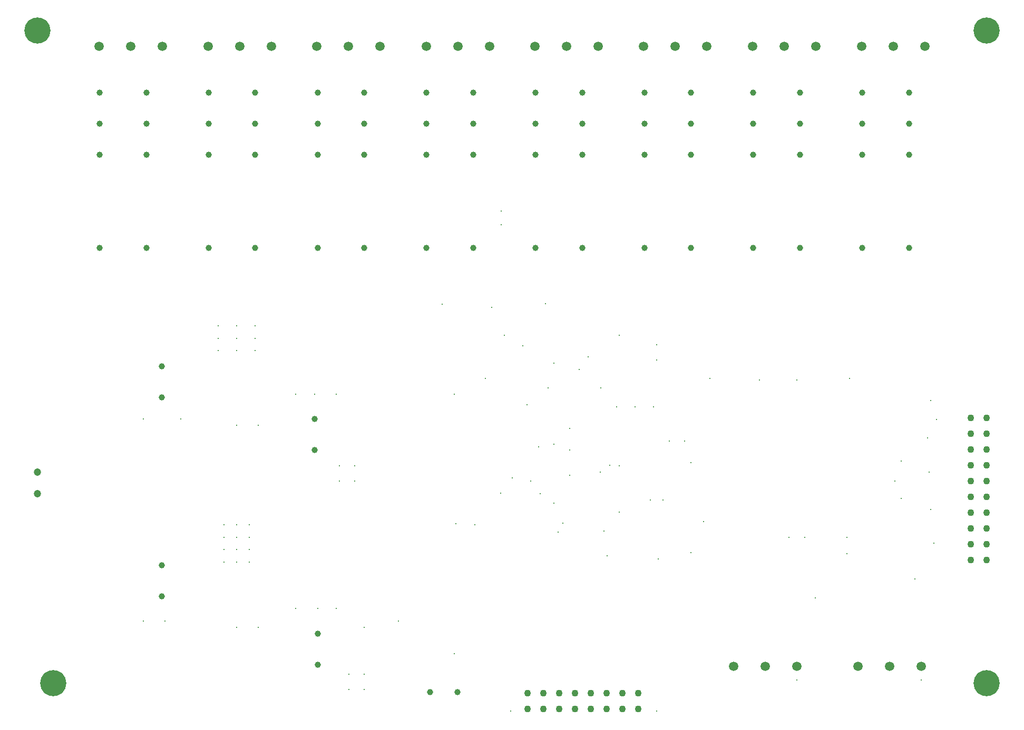
<source format=gbr>
%TF.GenerationSoftware,Altium Limited,Altium Designer,22.4.2 (48)*%
G04 Layer_Color=0*
%FSLAX45Y45*%
%MOMM*%
%TF.SameCoordinates,D9E3D5A9-656C-4745-A5A9-85A6BD0C2532*%
%TF.FilePolarity,Positive*%
%TF.FileFunction,Plated,1,4,PTH,Drill*%
%TF.Part,Single*%
G01*
G75*
%TA.AperFunction,ComponentDrill*%
%ADD75C,1.10000*%
%ADD76C,1.50000*%
%ADD77C,1.00000*%
%ADD78C,1.10000*%
%ADD79C,1.00000*%
%ADD80C,1.20000*%
%TA.AperFunction,OtherDrill,Pad Free-2 (5mm,112.5mm)*%
%ADD81C,4.20000*%
%TA.AperFunction,OtherDrill,Pad Free-2 (7.5mm,7.5mm)*%
%ADD82C,4.20000*%
%TA.AperFunction,OtherDrill,Pad Free-2 (157.5mm,7.5mm)*%
%ADD83C,4.20000*%
%TA.AperFunction,OtherDrill,Pad Free-2 (157.5mm,112.5mm)*%
%ADD84C,4.20000*%
%TA.AperFunction,ViaDrill,NotFilled*%
%ADD85C,0.30000*%
D75*
X15496001Y3492000D02*
D03*
X15750000D02*
D03*
X15496001Y3238000D02*
D03*
X15750000D02*
D03*
X15496001Y2984000D02*
D03*
X15750000D02*
D03*
X15496001Y2730000D02*
D03*
X15750000D02*
D03*
Y3746000D02*
D03*
X15496001D02*
D03*
X15750000Y4000000D02*
D03*
X15496001D02*
D03*
X15750000Y4254000D02*
D03*
X15496001D02*
D03*
X15750000Y4508000D02*
D03*
X15496001D02*
D03*
Y4762000D02*
D03*
X15750000D02*
D03*
Y5016000D02*
D03*
X15496001D02*
D03*
D76*
X13742000Y11000000D02*
D03*
X14250000D02*
D03*
X14758000D02*
D03*
X11991999D02*
D03*
X12499999D02*
D03*
X13007999D02*
D03*
X10233999D02*
D03*
X10741999D02*
D03*
X11249999D02*
D03*
X8491999D02*
D03*
X8999999D02*
D03*
X9507999D02*
D03*
X6749999D02*
D03*
X7257999D02*
D03*
X7765999D02*
D03*
X4983999D02*
D03*
X5491999D02*
D03*
X5999999D02*
D03*
X3242000D02*
D03*
X3750000D02*
D03*
X4258000D02*
D03*
X1492000D02*
D03*
X2000000D02*
D03*
X2508000D02*
D03*
X14700000Y1021000D02*
D03*
X14192000D02*
D03*
X13684000D02*
D03*
X12700000D02*
D03*
X12192000D02*
D03*
X11684000D02*
D03*
D77*
X2500000Y5850000D02*
D03*
Y5350000D02*
D03*
X5000000Y1050000D02*
D03*
Y1550000D02*
D03*
X2500000Y2150000D02*
D03*
Y2650000D02*
D03*
X4950000Y4500000D02*
D03*
Y5000000D02*
D03*
X6810000Y605000D02*
D03*
X7250000D02*
D03*
D78*
X8376000Y333000D02*
D03*
Y587000D02*
D03*
X8630000Y333000D02*
D03*
Y587000D02*
D03*
X8884000Y333000D02*
D03*
Y587000D02*
D03*
X9138000Y333000D02*
D03*
Y587000D02*
D03*
X10154000D02*
D03*
Y333000D02*
D03*
X9900000Y587000D02*
D03*
Y333000D02*
D03*
X9646000Y587000D02*
D03*
Y333000D02*
D03*
X9392000Y587000D02*
D03*
Y333000D02*
D03*
D79*
X14500000Y9250000D02*
D03*
Y10250000D02*
D03*
Y7750000D02*
D03*
Y9750000D02*
D03*
X13750000D02*
D03*
Y9250000D02*
D03*
Y7750000D02*
D03*
Y10250000D02*
D03*
X2250000Y9250000D02*
D03*
Y10250000D02*
D03*
Y7750000D02*
D03*
Y9750000D02*
D03*
X1500000D02*
D03*
Y9250000D02*
D03*
Y7750000D02*
D03*
Y10250000D02*
D03*
X4000000Y9250000D02*
D03*
Y10250000D02*
D03*
Y7750000D02*
D03*
Y9750000D02*
D03*
X3250000D02*
D03*
Y9250000D02*
D03*
Y7750000D02*
D03*
Y10250000D02*
D03*
X5750000Y9250000D02*
D03*
Y10250000D02*
D03*
Y7750000D02*
D03*
Y9750000D02*
D03*
X5000000D02*
D03*
Y9250000D02*
D03*
Y7750000D02*
D03*
Y10250000D02*
D03*
X7500000Y9250000D02*
D03*
Y10250000D02*
D03*
Y7750000D02*
D03*
Y9750000D02*
D03*
X6750000D02*
D03*
Y9250000D02*
D03*
Y7750000D02*
D03*
Y10250000D02*
D03*
X9250000Y9250000D02*
D03*
Y10250000D02*
D03*
Y7750000D02*
D03*
Y9750000D02*
D03*
X8500000D02*
D03*
Y9250000D02*
D03*
Y7750000D02*
D03*
Y10250000D02*
D03*
X12750000Y9250000D02*
D03*
Y10250000D02*
D03*
Y7750000D02*
D03*
Y9750000D02*
D03*
X12000000D02*
D03*
Y9250000D02*
D03*
Y7750000D02*
D03*
Y10250000D02*
D03*
X11000000Y9250000D02*
D03*
Y10250000D02*
D03*
Y7750000D02*
D03*
Y9750000D02*
D03*
X10250000D02*
D03*
Y9250000D02*
D03*
Y7750000D02*
D03*
Y10250000D02*
D03*
D80*
X500000Y4150000D02*
D03*
Y3800000D02*
D03*
D81*
Y11250000D02*
D03*
D82*
X750000Y750000D02*
D03*
D83*
X15750000D02*
D03*
D84*
Y11250000D02*
D03*
D85*
X9050000Y4500000D02*
D03*
X8936861Y3324261D02*
D03*
X8800000Y3650000D02*
D03*
X9050000Y4850000D02*
D03*
Y4100000D02*
D03*
X7941390Y3806787D02*
D03*
X4000000Y6100000D02*
D03*
X3700000D02*
D03*
X3400000D02*
D03*
Y6300000D02*
D03*
X3700000D02*
D03*
X4000000D02*
D03*
Y6500000D02*
D03*
X3700000D02*
D03*
X3400000D02*
D03*
X3500000Y2700000D02*
D03*
Y2900000D02*
D03*
X3700000Y2700000D02*
D03*
X3900000D02*
D03*
Y3300000D02*
D03*
X3700000D02*
D03*
X3500000D02*
D03*
X3700000Y2900000D02*
D03*
X3900000D02*
D03*
Y3100000D02*
D03*
X3700000D02*
D03*
X3500000D02*
D03*
X8295000Y6182500D02*
D03*
X8702500Y5497500D02*
D03*
X8365000Y5230000D02*
D03*
X8000000Y6350000D02*
D03*
X8800000Y5900000D02*
D03*
X9200000Y5800000D02*
D03*
X8661258Y6853677D02*
D03*
X14900000Y3000000D02*
D03*
X13000000Y2125000D02*
D03*
X6300000Y1750000D02*
D03*
X14600000Y2425000D02*
D03*
X14375000Y3725000D02*
D03*
X14275000Y4000000D02*
D03*
X14825000Y4150000D02*
D03*
X14944250Y4994250D02*
D03*
X14375000Y4325000D02*
D03*
X12825000Y3100000D02*
D03*
X12575000D02*
D03*
X12700000Y5625000D02*
D03*
X12100000D02*
D03*
X7004000Y6846000D02*
D03*
X7950000Y8125000D02*
D03*
Y8350000D02*
D03*
X9650000Y2800000D02*
D03*
X9850000Y3500000D02*
D03*
X8866338Y3183504D02*
D03*
X9600000Y3200000D02*
D03*
X8575000Y3800000D02*
D03*
X8425000Y4000000D02*
D03*
X8125000Y4050000D02*
D03*
X11200079Y3349921D02*
D03*
X11000000Y2850000D02*
D03*
X13500000Y2838500D02*
D03*
Y3100000D02*
D03*
X14850000Y3550000D02*
D03*
X10475000Y2750000D02*
D03*
X10450000Y5950000D02*
D03*
Y6200000D02*
D03*
X9850000Y6350000D02*
D03*
X9550000Y5500000D02*
D03*
X8550000Y4550000D02*
D03*
X8800000Y4600000D02*
D03*
X10450000Y300000D02*
D03*
X8100000D02*
D03*
X14700000Y800000D02*
D03*
X12700000D02*
D03*
X14800000Y4700000D02*
D03*
X11000000Y4300000D02*
D03*
X5600000Y4000000D02*
D03*
X5350000D02*
D03*
X5600000Y4250000D02*
D03*
X5350000D02*
D03*
X7800000Y6800000D02*
D03*
X14850000Y5300000D02*
D03*
X9850000Y4250000D02*
D03*
X10650000Y4650000D02*
D03*
X10900000D02*
D03*
X7700000Y5650000D02*
D03*
X9800000Y5200000D02*
D03*
X10100000D02*
D03*
X10400000D02*
D03*
X10550000Y3700000D02*
D03*
X10350000D02*
D03*
X7525000Y3300000D02*
D03*
X7200000Y1225000D02*
D03*
X13550000Y5650000D02*
D03*
X11300000D02*
D03*
X9350000Y6000000D02*
D03*
X7200000Y5400000D02*
D03*
X7224913Y3317340D02*
D03*
X9696282Y4256458D02*
D03*
X9537579Y4150000D02*
D03*
X5500000Y650000D02*
D03*
X5750000D02*
D03*
Y900000D02*
D03*
X5500000D02*
D03*
X5750000Y1650000D02*
D03*
X4050000Y4900000D02*
D03*
X3700000D02*
D03*
Y1650000D02*
D03*
X4050000D02*
D03*
X5300000Y1950000D02*
D03*
X5000000D02*
D03*
X4650000D02*
D03*
X5300000Y5400000D02*
D03*
X4650000D02*
D03*
X4950000D02*
D03*
X2800000Y5000000D02*
D03*
X2200000D02*
D03*
X2550000Y1750000D02*
D03*
X2200000D02*
D03*
%TF.MD5,ba4eeb9ed8b32f41b1494225765d3057*%
M02*

</source>
